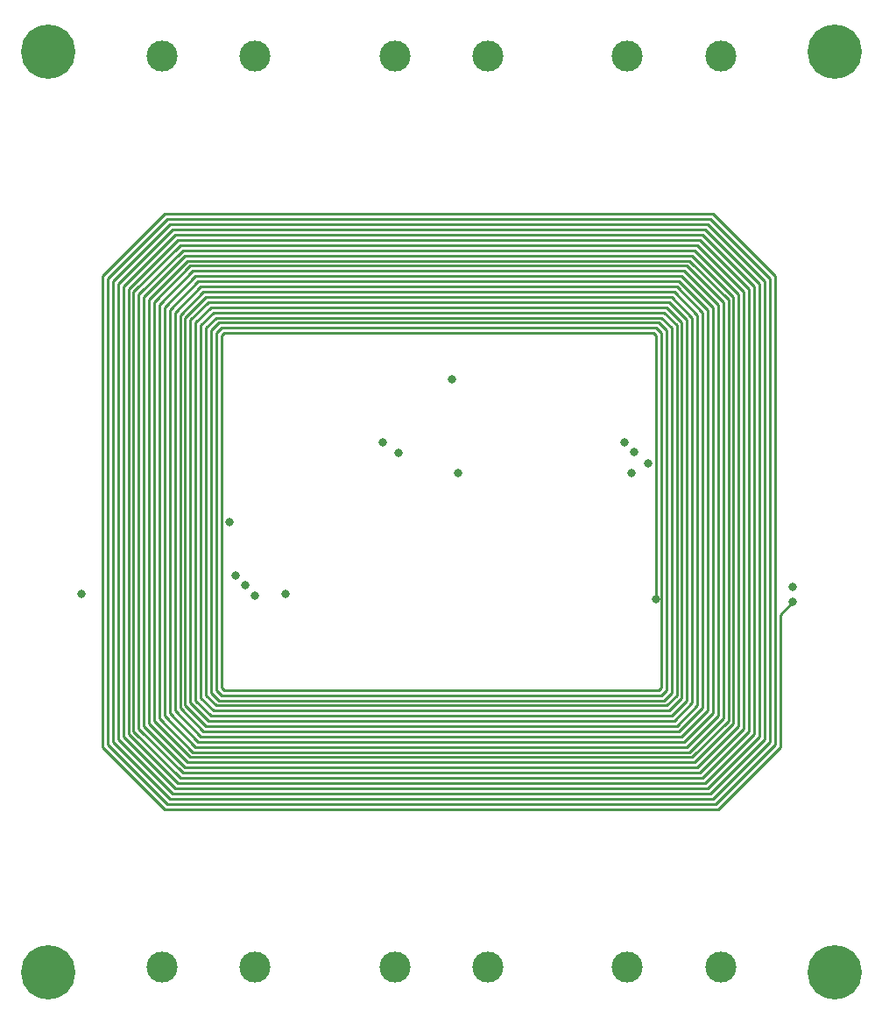
<source format=gbr>
%TF.GenerationSoftware,KiCad,Pcbnew,(5.1.10)-1*%
%TF.CreationDate,2022-06-07T20:51:06-07:00*%
%TF.ProjectId,solar-panel-NoCutout,736f6c61-722d-4706-916e-656c2d4e6f43,1.1*%
%TF.SameCoordinates,Original*%
%TF.FileFunction,Copper,L2,Inr*%
%TF.FilePolarity,Positive*%
%FSLAX46Y46*%
G04 Gerber Fmt 4.6, Leading zero omitted, Abs format (unit mm)*
G04 Created by KiCad (PCBNEW (5.1.10)-1) date 2022-06-07 20:51:06*
%MOMM*%
%LPD*%
G01*
G04 APERTURE LIST*
%TA.AperFunction,ComponentPad*%
%ADD10C,3.000000*%
%TD*%
%TA.AperFunction,ComponentPad*%
%ADD11C,5.250000*%
%TD*%
%TA.AperFunction,ViaPad*%
%ADD12C,0.800000*%
%TD*%
%TA.AperFunction,Conductor*%
%ADD13C,0.250000*%
%TD*%
G04 APERTURE END LIST*
D10*
%TO.N,Net-(D2-Pad2)*%
%TO.C,SC4*%
X117500000Y-70750000D03*
%TO.N,Net-(SC4-Pad2)*%
X126500000Y-70750000D03*
%TD*%
D11*
%TO.N,Net-(J2-Pad1)*%
%TO.C,J2*%
X106500000Y-70300000D03*
%TD*%
%TO.N,Net-(J5-Pad1)*%
%TO.C,J5*%
X182500000Y-159300000D03*
%TD*%
%TO.N,Net-(J4-Pad1)*%
%TO.C,J4*%
X182500000Y-70300000D03*
%TD*%
%TO.N,Net-(J3-Pad1)*%
%TO.C,J3*%
X106500000Y-159300000D03*
%TD*%
D10*
%TO.N,GND*%
%TO.C,SC6*%
X171500000Y-70750000D03*
%TO.N,Net-(SC5-Pad2)*%
X162500000Y-70750000D03*
%TD*%
%TO.N,Net-(SC4-Pad2)*%
%TO.C,SC5*%
X140000000Y-70750000D03*
%TO.N,Net-(SC5-Pad2)*%
X149000000Y-70750000D03*
%TD*%
%TO.N,GND*%
%TO.C,SC3*%
X117500000Y-158750000D03*
%TO.N,Net-(SC2-Pad2)*%
X126500000Y-158750000D03*
%TD*%
%TO.N,Net-(SC2-Pad2)*%
%TO.C,SC2*%
X140000000Y-158750000D03*
%TO.N,Net-(SC1-Pad2)*%
X149000000Y-158750000D03*
%TD*%
%TO.N,Net-(SC1-Pad2)*%
%TO.C,SC1*%
X162500000Y-158750000D03*
%TO.N,Net-(D1-Pad2)*%
X171500000Y-158750000D03*
%TD*%
D12*
%TO.N,GND*%
X124000000Y-115750000D03*
X145500000Y-102000000D03*
X164465000Y-110109000D03*
X109750000Y-122750000D03*
%TO.N,+3V3*%
X162877500Y-110998000D03*
X146113500Y-110998000D03*
X126499999Y-122864501D03*
%TO.N,VSOLAR*%
X129476500Y-122682000D03*
%TO.N,SDA*%
X162177001Y-108075001D03*
X138876499Y-108075001D03*
X124587000Y-120967500D03*
%TO.N,SCL*%
X163131500Y-109029500D03*
X140335000Y-109045000D03*
X125564504Y-121894996D03*
%TO.N,Net-(U2-Pad6)*%
X178500000Y-122000000D03*
X178500000Y-123500000D03*
X165250000Y-123250000D03*
%TD*%
D13*
%TO.N,Net-(U2-Pad6)*%
X123500000Y-97500000D02*
X123250000Y-97750000D01*
X165250000Y-97750000D02*
X165000000Y-97500000D01*
X123500000Y-132000000D02*
X123250000Y-131750000D01*
X165500000Y-132000000D02*
X123500000Y-132000000D01*
X165750000Y-131750000D02*
X165500000Y-132000000D01*
X165750000Y-97500000D02*
X165750000Y-131750000D01*
X165250000Y-97000000D02*
X165750000Y-97500000D01*
X123250000Y-97000000D02*
X165250000Y-97000000D01*
X122750000Y-97500000D02*
X123250000Y-97000000D01*
X122750000Y-132000000D02*
X122750000Y-97500000D01*
X123250000Y-132500000D02*
X122750000Y-132000000D01*
X165750000Y-132500000D02*
X123250000Y-132500000D01*
X166250000Y-132000000D02*
X165750000Y-132500000D01*
X166250000Y-97250000D02*
X166250000Y-132000000D01*
X165500000Y-96500000D02*
X166250000Y-97250000D01*
X123000000Y-96500000D02*
X165500000Y-96500000D01*
X122250000Y-97250000D02*
X123000000Y-96500000D01*
X122250000Y-132250000D02*
X122250000Y-97250000D01*
X123000000Y-133000000D02*
X122250000Y-132250000D01*
X166000000Y-133000000D02*
X123000000Y-133000000D01*
X166750000Y-132250000D02*
X166000000Y-133000000D01*
X166750000Y-97000000D02*
X166750000Y-132250000D01*
X165750000Y-96000000D02*
X166750000Y-97000000D01*
X122750000Y-96000000D02*
X165750000Y-96000000D01*
X121750000Y-97000000D02*
X122750000Y-96000000D01*
X121750000Y-132500000D02*
X121750000Y-97000000D01*
X122750000Y-133500000D02*
X121750000Y-132500000D01*
X166250000Y-133500000D02*
X122750000Y-133500000D01*
X167250000Y-132500000D02*
X166250000Y-133500000D01*
X167250000Y-96750000D02*
X167250000Y-132500000D01*
X166000000Y-95500000D02*
X167250000Y-96750000D01*
X122500000Y-95500000D02*
X166000000Y-95500000D01*
X121250000Y-96750000D02*
X122500000Y-95500000D01*
X121250000Y-132750000D02*
X121250000Y-96750000D01*
X122500000Y-134000000D02*
X121250000Y-132750000D01*
X166500000Y-134000000D02*
X122500000Y-134000000D01*
X167750000Y-132750000D02*
X166500000Y-134000000D01*
X167750000Y-96500000D02*
X167750000Y-132750000D01*
X166250000Y-95000000D02*
X167750000Y-96500000D01*
X122250000Y-95000000D02*
X166250000Y-95000000D01*
X120750000Y-96500000D02*
X122250000Y-95000000D01*
X120750000Y-133000000D02*
X120750000Y-96500000D01*
X122250000Y-134500000D02*
X120750000Y-133000000D01*
X166750000Y-134500000D02*
X122250000Y-134500000D01*
X168250000Y-133000000D02*
X166750000Y-134500000D01*
X168250000Y-96250000D02*
X168250000Y-133000000D01*
X166500000Y-94500000D02*
X168250000Y-96250000D01*
X122000000Y-94500000D02*
X166500000Y-94500000D01*
X120250000Y-96250000D02*
X122000000Y-94500000D01*
X120250000Y-133250000D02*
X120250000Y-96250000D01*
X122000000Y-135000000D02*
X120250000Y-133250000D01*
X167000000Y-135000000D02*
X122000000Y-135000000D01*
X168750000Y-133250000D02*
X167000000Y-135000000D01*
X168750000Y-96000000D02*
X168750000Y-133250000D01*
X166750000Y-94000000D02*
X168750000Y-96000000D01*
X121750000Y-94000000D02*
X166750000Y-94000000D01*
X119750000Y-96000000D02*
X121750000Y-94000000D01*
X119750000Y-133500000D02*
X119750000Y-96000000D01*
X121750000Y-135500000D02*
X119750000Y-133500000D01*
X167250000Y-135500000D02*
X121750000Y-135500000D01*
X169250000Y-133500000D02*
X167250000Y-135500000D01*
X169250000Y-95750000D02*
X169250000Y-133500000D01*
X167000000Y-93500000D02*
X169250000Y-95750000D01*
X173750000Y-135750000D02*
X169500000Y-140000000D01*
X169250000Y-89000000D02*
X173750000Y-93500000D01*
X119250000Y-89000000D02*
X169250000Y-89000000D01*
X114750000Y-93500000D02*
X119250000Y-89000000D01*
X114750000Y-136000000D02*
X114750000Y-93500000D01*
X174250000Y-136000000D02*
X169750000Y-140500000D01*
X174250000Y-93250000D02*
X174250000Y-136000000D01*
X169500000Y-88500000D02*
X174250000Y-93250000D01*
X119000000Y-88500000D02*
X169500000Y-88500000D01*
X174750000Y-136250000D02*
X170000000Y-141000000D01*
X118750000Y-88000000D02*
X169750000Y-88000000D01*
X119250000Y-140500000D02*
X114750000Y-136000000D01*
X113750000Y-93000000D02*
X118750000Y-88000000D01*
X113750000Y-136500000D02*
X113750000Y-93000000D01*
X118750000Y-141500000D02*
X113750000Y-136500000D01*
X170750000Y-134250000D02*
X168000000Y-137000000D01*
X170000000Y-141000000D02*
X119000000Y-141000000D01*
X170250000Y-141500000D02*
X118750000Y-141500000D01*
X175250000Y-136500000D02*
X170250000Y-141500000D01*
X175250000Y-92750000D02*
X175250000Y-136500000D01*
X170000000Y-87500000D02*
X175250000Y-92750000D01*
X118500000Y-87500000D02*
X170000000Y-87500000D01*
X167750000Y-92000000D02*
X170750000Y-95000000D01*
X118000000Y-143000000D02*
X112250000Y-137250000D01*
X171250000Y-143500000D02*
X117750000Y-143500000D01*
X121250000Y-93000000D02*
X167250000Y-93000000D01*
X176750000Y-137250000D02*
X171000000Y-143000000D01*
X169750000Y-95500000D02*
X169750000Y-133750000D01*
X174750000Y-93000000D02*
X174750000Y-136250000D01*
X170750000Y-86000000D02*
X176750000Y-92000000D01*
X118500000Y-142000000D02*
X113250000Y-136750000D01*
X112250000Y-137250000D02*
X112250000Y-92250000D01*
X111750000Y-92000000D02*
X117750000Y-86000000D01*
X118250000Y-87000000D02*
X170250000Y-87000000D01*
X111750000Y-137500000D02*
X111750000Y-92000000D01*
X117750000Y-143500000D02*
X111750000Y-137500000D01*
X173750000Y-93500000D02*
X173750000Y-135750000D01*
X171000000Y-143000000D02*
X118000000Y-143000000D01*
X167500000Y-92500000D02*
X170250000Y-95250000D01*
X114250000Y-93250000D02*
X119000000Y-88500000D01*
X113250000Y-136750000D02*
X113250000Y-92750000D01*
X121000000Y-92500000D02*
X167500000Y-92500000D01*
X177250000Y-137500000D02*
X171250000Y-143500000D01*
X169750000Y-133750000D02*
X167500000Y-136000000D01*
X114250000Y-136250000D02*
X114250000Y-93250000D01*
X117750000Y-86000000D02*
X170750000Y-86000000D01*
X119000000Y-141000000D02*
X114250000Y-136250000D01*
X113250000Y-92750000D02*
X118500000Y-87500000D01*
X121250000Y-136500000D02*
X118750000Y-134000000D01*
X112250000Y-92250000D02*
X118000000Y-86500000D01*
X167750000Y-136500000D02*
X121250000Y-136500000D01*
X169750000Y-140500000D02*
X119250000Y-140500000D01*
X169750000Y-88000000D02*
X174750000Y-93000000D01*
X118000000Y-86500000D02*
X170500000Y-86500000D01*
X117250000Y-134750000D02*
X117250000Y-94750000D01*
X175750000Y-92500000D02*
X175750000Y-136750000D01*
X170500000Y-86500000D02*
X176250000Y-92250000D01*
X121500000Y-136000000D02*
X119250000Y-133750000D01*
X176250000Y-92250000D02*
X176250000Y-137000000D01*
X170250000Y-87000000D02*
X175750000Y-92500000D01*
X176250000Y-137000000D02*
X170750000Y-142500000D01*
X170750000Y-142500000D02*
X118250000Y-142500000D01*
X121000000Y-137000000D02*
X118250000Y-134250000D01*
X118250000Y-142500000D02*
X112750000Y-137000000D01*
X170750000Y-95000000D02*
X170750000Y-134250000D01*
X112750000Y-137000000D02*
X112750000Y-92500000D01*
X169500000Y-140000000D02*
X119500000Y-140000000D01*
X112750000Y-92500000D02*
X118250000Y-87000000D01*
X176750000Y-92000000D02*
X176750000Y-137250000D01*
X170250000Y-134000000D02*
X167750000Y-136500000D01*
X175750000Y-136750000D02*
X170500000Y-142000000D01*
X167250000Y-93000000D02*
X169750000Y-95500000D01*
X170500000Y-142000000D02*
X118500000Y-142000000D01*
X119500000Y-140000000D02*
X115250000Y-135750000D01*
X115250000Y-135750000D02*
X115250000Y-93750000D01*
X115250000Y-93750000D02*
X119500000Y-89500000D01*
X119500000Y-89500000D02*
X169000000Y-89500000D01*
X169000000Y-89500000D02*
X173250000Y-93750000D01*
X173250000Y-93750000D02*
X173250000Y-135500000D01*
X173250000Y-135500000D02*
X169250000Y-139500000D01*
X169250000Y-139500000D02*
X119750000Y-139500000D01*
X119750000Y-139500000D02*
X115750000Y-135500000D01*
X115750000Y-135500000D02*
X115750000Y-94000000D01*
X115750000Y-94000000D02*
X119750000Y-90000000D01*
X119750000Y-90000000D02*
X168750000Y-90000000D01*
X168750000Y-90000000D02*
X172750000Y-94000000D01*
X118750000Y-95500000D02*
X121250000Y-93000000D01*
X172750000Y-94000000D02*
X172750000Y-135250000D01*
X172750000Y-135250000D02*
X169000000Y-139000000D01*
X169000000Y-139000000D02*
X120000000Y-139000000D01*
X120000000Y-139000000D02*
X116250000Y-135250000D01*
X116250000Y-135250000D02*
X116250000Y-94250000D01*
X116250000Y-94250000D02*
X120000000Y-90500000D01*
X120000000Y-90500000D02*
X168500000Y-90500000D01*
X168500000Y-90500000D02*
X172250000Y-94250000D01*
X172250000Y-94250000D02*
X172250000Y-135000000D01*
X172250000Y-135000000D02*
X168750000Y-138500000D01*
X168750000Y-138500000D02*
X120250000Y-138500000D01*
X120250000Y-138500000D02*
X116750000Y-135000000D01*
X116750000Y-135000000D02*
X116750000Y-94500000D01*
X116750000Y-94500000D02*
X120250000Y-91000000D01*
X120250000Y-91000000D02*
X168250000Y-91000000D01*
X168250000Y-91000000D02*
X171750000Y-94500000D01*
X171750000Y-94500000D02*
X171750000Y-134750000D01*
X171750000Y-134750000D02*
X168500000Y-138000000D01*
X168500000Y-138000000D02*
X120500000Y-138000000D01*
X120500000Y-138000000D02*
X117250000Y-134750000D01*
X117250000Y-94750000D02*
X120500000Y-91500000D01*
X120500000Y-91500000D02*
X168000000Y-91500000D01*
X168000000Y-91500000D02*
X171250000Y-94750000D01*
X171250000Y-94750000D02*
X171250000Y-134500000D01*
X171250000Y-134500000D02*
X168250000Y-137500000D01*
X168250000Y-137500000D02*
X120750000Y-137500000D01*
X120750000Y-137500000D02*
X117750000Y-134500000D01*
X117750000Y-134500000D02*
X117750000Y-95000000D01*
X117750000Y-95000000D02*
X120750000Y-92000000D01*
X120750000Y-92000000D02*
X167750000Y-92000000D01*
X168000000Y-137000000D02*
X121000000Y-137000000D01*
X118250000Y-134250000D02*
X118250000Y-95250000D01*
X118250000Y-95250000D02*
X121000000Y-92500000D01*
X170250000Y-95250000D02*
X170250000Y-134000000D01*
X118750000Y-134000000D02*
X118750000Y-95500000D01*
X167500000Y-136000000D02*
X121500000Y-136000000D01*
X119250000Y-133750000D02*
X119250000Y-95750000D01*
X119250000Y-95750000D02*
X121500000Y-93500000D01*
X121500000Y-93500000D02*
X167000000Y-93500000D01*
X123250000Y-131750000D02*
X123250000Y-97750000D01*
X123500000Y-97500000D02*
X165000000Y-97500000D01*
X165250000Y-97750000D02*
X165250000Y-122000000D01*
X165250000Y-122000000D02*
X165250000Y-123250000D01*
X165250000Y-123250000D02*
X165250000Y-123250000D01*
X177250000Y-125250000D02*
X177250000Y-124750000D01*
X177250000Y-137500000D02*
X177250000Y-125250000D01*
X177250000Y-124750000D02*
X178500000Y-123500000D01*
X165250000Y-123250000D02*
X165250000Y-123250000D01*
%TD*%
M02*

</source>
